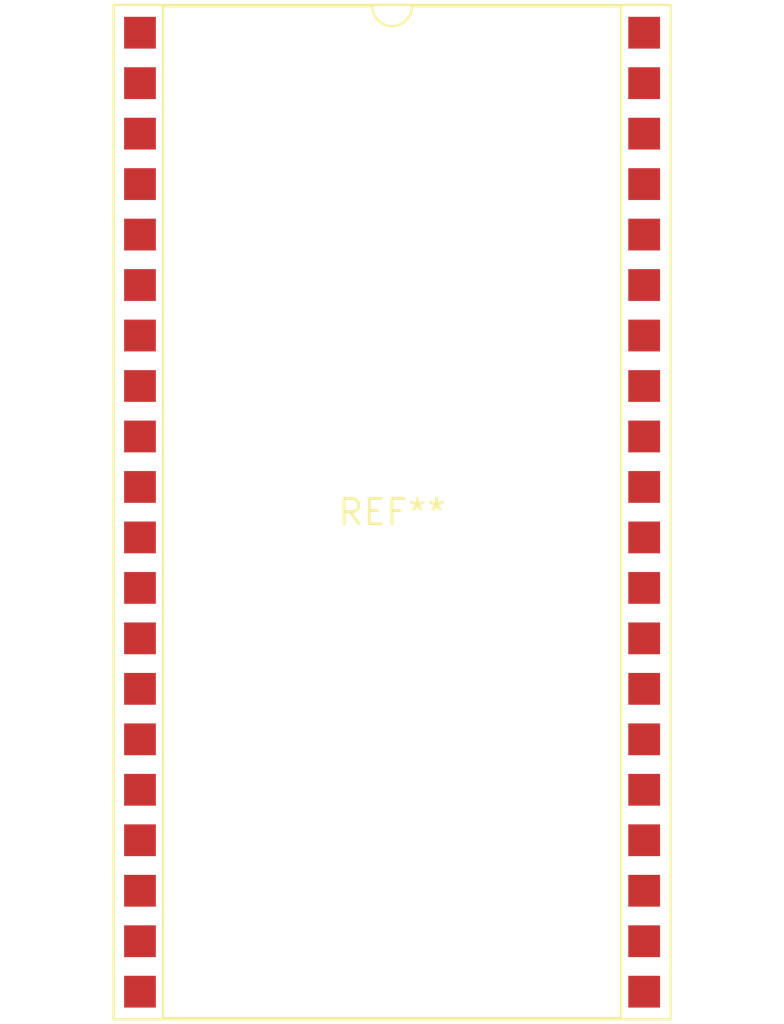
<source format=kicad_pcb>
(kicad_pcb (version 20240108) (generator pcbnew)
  (layers (0 "F.Cu" signal) (31 "B.Cu" signal) (34 "B.Paste" user) (35 "F.Paste" user) (36 "B.SilkS" user "B.Silkscreen") (37 "F.SilkS" user "F.Silkscreen") (38 "B.Mask" user) (39 "F.Mask" user) (44 "Edge.Cuts" user))
  (net 0 "")
  (footprint "DIP-40_W25.4mm_SMDSocket_SmallPads" (layer "F.Cu") (at 0 0)
    (property "Reference" "REF**")
    (property "Value" "DIP-40_W25.4mm_SMDSocket_SmallPads")
    (fp_line (start -14.03 -25.52) (end -14.03 25.52) (layer "F.SilkS") (stroke (width 0.12)))
    (fp_line (start -14.03 25.52) (end 14.03 25.52) (layer "F.SilkS") (stroke (width 0.12)))
    (fp_line (start -11.54 -25.46) (end -11.54 25.46) (layer "F.SilkS") (stroke (width 0.12)))
    (fp_line (start -11.54 25.46) (end 11.54 25.46) (layer "F.SilkS") (stroke (width 0.12)))
    (fp_line (start -1 -25.46) (end -11.54 -25.46) (layer "F.SilkS") (stroke (width 0.12)))
    (fp_line (start 11.54 -25.46) (end 1 -25.46) (layer "F.SilkS") (stroke (width 0.12)))
    (fp_line (start 11.54 25.46) (end 11.54 -25.46) (layer "F.SilkS") (stroke (width 0.12)))
    (fp_line (start 14.03 -25.52) (end -14.03 -25.52) (layer "F.SilkS") (stroke (width 0.12)))
    (fp_line (start 14.03 25.52) (end 14.03 -25.52) (layer "F.SilkS") (stroke (width 0.12)))
    (fp_arc (start 1 -25.46) (mid 0 -24.46) (end -1 -25.46) (layer "F.SilkS") (stroke (width 0.12)))
    (pad "1" smd rect (at -12.7 -24.13) (size 1.6 1.6) (layers "F.Cu" "F.Paste" "F.Mask"))
    (pad "2" smd rect (at -12.7 -21.59) (size 1.6 1.6) (layers "F.Cu" "F.Paste" "F.Mask"))
    (pad "3" smd rect (at -12.7 -19.05) (size 1.6 1.6) (layers "F.Cu" "F.Paste" "F.Mask"))
    (pad "4" smd rect (at -12.7 -16.51) (size 1.6 1.6) (layers "F.Cu" "F.Paste" "F.Mask"))
    (pad "5" smd rect (at -12.7 -13.97) (size 1.6 1.6) (layers "F.Cu" "F.Paste" "F.Mask"))
    (pad "6" smd rect (at -12.7 -11.43) (size 1.6 1.6) (layers "F.Cu" "F.Paste" "F.Mask"))
    (pad "7" smd rect (at -12.7 -8.89) (size 1.6 1.6) (layers "F.Cu" "F.Paste" "F.Mask"))
    (pad "8" smd rect (at -12.7 -6.35) (size 1.6 1.6) (layers "F.Cu" "F.Paste" "F.Mask"))
    (pad "9" smd rect (at -12.7 -3.81) (size 1.6 1.6) (layers "F.Cu" "F.Paste" "F.Mask"))
    (pad "10" smd rect (at -12.7 -1.27) (size 1.6 1.6) (layers "F.Cu" "F.Paste" "F.Mask"))
    (pad "11" smd rect (at -12.7 1.27) (size 1.6 1.6) (layers "F.Cu" "F.Paste" "F.Mask"))
    (pad "12" smd rect (at -12.7 3.81) (size 1.6 1.6) (layers "F.Cu" "F.Paste" "F.Mask"))
    (pad "13" smd rect (at -12.7 6.35) (size 1.6 1.6) (layers "F.Cu" "F.Paste" "F.Mask"))
    (pad "14" smd rect (at -12.7 8.89) (size 1.6 1.6) (layers "F.Cu" "F.Paste" "F.Mask"))
    (pad "15" smd rect (at -12.7 11.43) (size 1.6 1.6) (layers "F.Cu" "F.Paste" "F.Mask"))
    (pad "16" smd rect (at -12.7 13.97) (size 1.6 1.6) (layers "F.Cu" "F.Paste" "F.Mask"))
    (pad "17" smd rect (at -12.7 16.51) (size 1.6 1.6) (layers "F.Cu" "F.Paste" "F.Mask"))
    (pad "18" smd rect (at -12.7 19.05) (size 1.6 1.6) (layers "F.Cu" "F.Paste" "F.Mask"))
    (pad "19" smd rect (at -12.7 21.59) (size 1.6 1.6) (layers "F.Cu" "F.Paste" "F.Mask"))
    (pad "20" smd rect (at -12.7 24.13) (size 1.6 1.6) (layers "F.Cu" "F.Paste" "F.Mask"))
    (pad "21" smd rect (at 12.7 24.13) (size 1.6 1.6) (layers "F.Cu" "F.Paste" "F.Mask"))
    (pad "22" smd rect (at 12.7 21.59) (size 1.6 1.6) (layers "F.Cu" "F.Paste" "F.Mask"))
    (pad "23" smd rect (at 12.7 19.05) (size 1.6 1.6) (layers "F.Cu" "F.Paste" "F.Mask"))
    (pad "24" smd rect (at 12.7 16.51) (size 1.6 1.6) (layers "F.Cu" "F.Paste" "F.Mask"))
    (pad "25" smd rect (at 12.7 13.97) (size 1.6 1.6) (layers "F.Cu" "F.Paste" "F.Mask"))
    (pad "26" smd rect (at 12.7 11.43) (size 1.6 1.6) (layers "F.Cu" "F.Paste" "F.Mask"))
    (pad "27" smd rect (at 12.7 8.89) (size 1.6 1.6) (layers "F.Cu" "F.Paste" "F.Mask"))
    (pad "28" smd rect (at 12.7 6.35) (size 1.6 1.6) (layers "F.Cu" "F.Paste" "F.Mask"))
    (pad "29" smd rect (at 12.7 3.81) (size 1.6 1.6) (layers "F.Cu" "F.Paste" "F.Mask"))
    (pad "30" smd rect (at 12.7 1.27) (size 1.6 1.6) (layers "F.Cu" "F.Paste" "F.Mask"))
    (pad "31" smd rect (at 12.7 -1.27) (size 1.6 1.6) (layers "F.Cu" "F.Paste" "F.Mask"))
    (pad "32" smd rect (at 12.7 -3.81) (size 1.6 1.6) (layers "F.Cu" "F.Paste" "F.Mask"))
    (pad "33" smd rect (at 12.7 -6.35) (size 1.6 1.6) (layers "F.Cu" "F.Paste" "F.Mask"))
    (pad "34" smd rect (at 12.7 -8.89) (size 1.6 1.6) (layers "F.Cu" "F.Paste" "F.Mask"))
    (pad "35" smd rect (at 12.7 -11.43) (size 1.6 1.6) (layers "F.Cu" "F.Paste" "F.Mask"))
    (pad "36" smd rect (at 12.7 -13.97) (size 1.6 1.6) (layers "F.Cu" "F.Paste" "F.Mask"))
    (pad "37" smd rect (at 12.7 -16.51) (size 1.6 1.6) (layers "F.Cu" "F.Paste" "F.Mask"))
    (pad "38" smd rect (at 12.7 -19.05) (size 1.6 1.6) (layers "F.Cu" "F.Paste" "F.Mask"))
    (pad "39" smd rect (at 12.7 -21.59) (size 1.6 1.6) (layers "F.Cu" "F.Paste" "F.Mask"))
    (pad "40" smd rect (at 12.7 -24.13) (size 1.6 1.6) (layers "F.Cu" "F.Paste" "F.Mask"))
  )
)
</source>
